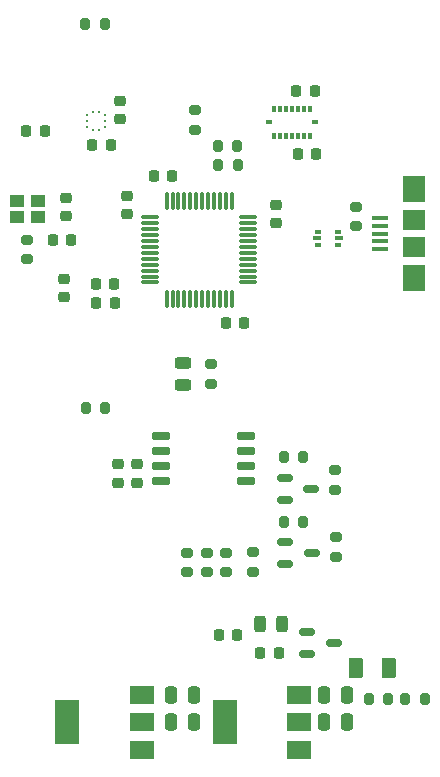
<source format=gbr>
%TF.GenerationSoftware,KiCad,Pcbnew,(7.0.0)*%
%TF.CreationDate,2023-07-06T15:18:01+01:00*%
%TF.ProjectId,wolf flight comp,776f6c66-2066-46c6-9967-687420636f6d,rev?*%
%TF.SameCoordinates,Original*%
%TF.FileFunction,Paste,Top*%
%TF.FilePolarity,Positive*%
%FSLAX46Y46*%
G04 Gerber Fmt 4.6, Leading zero omitted, Abs format (unit mm)*
G04 Created by KiCad (PCBNEW (7.0.0)) date 2023-07-06 15:18:01*
%MOMM*%
%LPD*%
G01*
G04 APERTURE LIST*
G04 Aperture macros list*
%AMRoundRect*
0 Rectangle with rounded corners*
0 $1 Rounding radius*
0 $2 $3 $4 $5 $6 $7 $8 $9 X,Y pos of 4 corners*
0 Add a 4 corners polygon primitive as box body*
4,1,4,$2,$3,$4,$5,$6,$7,$8,$9,$2,$3,0*
0 Add four circle primitives for the rounded corners*
1,1,$1+$1,$2,$3*
1,1,$1+$1,$4,$5*
1,1,$1+$1,$6,$7*
1,1,$1+$1,$8,$9*
0 Add four rect primitives between the rounded corners*
20,1,$1+$1,$2,$3,$4,$5,0*
20,1,$1+$1,$4,$5,$6,$7,0*
20,1,$1+$1,$6,$7,$8,$9,0*
20,1,$1+$1,$8,$9,$2,$3,0*%
G04 Aperture macros list end*
%ADD10RoundRect,0.225000X0.225000X0.250000X-0.225000X0.250000X-0.225000X-0.250000X0.225000X-0.250000X0*%
%ADD11RoundRect,0.200000X-0.275000X0.200000X-0.275000X-0.200000X0.275000X-0.200000X0.275000X0.200000X0*%
%ADD12RoundRect,0.150000X-0.650000X-0.150000X0.650000X-0.150000X0.650000X0.150000X-0.650000X0.150000X0*%
%ADD13RoundRect,0.200000X-0.200000X-0.275000X0.200000X-0.275000X0.200000X0.275000X-0.200000X0.275000X0*%
%ADD14RoundRect,0.225000X0.250000X-0.225000X0.250000X0.225000X-0.250000X0.225000X-0.250000X-0.225000X0*%
%ADD15RoundRect,0.200000X0.275000X-0.200000X0.275000X0.200000X-0.275000X0.200000X-0.275000X-0.200000X0*%
%ADD16RoundRect,0.225000X-0.225000X-0.250000X0.225000X-0.250000X0.225000X0.250000X-0.225000X0.250000X0*%
%ADD17RoundRect,0.218750X0.256250X-0.218750X0.256250X0.218750X-0.256250X0.218750X-0.256250X-0.218750X0*%
%ADD18RoundRect,0.218750X0.218750X0.256250X-0.218750X0.256250X-0.218750X-0.256250X0.218750X-0.256250X0*%
%ADD19RoundRect,0.200000X0.200000X0.275000X-0.200000X0.275000X-0.200000X-0.275000X0.200000X-0.275000X0*%
%ADD20RoundRect,0.250000X0.375000X0.625000X-0.375000X0.625000X-0.375000X-0.625000X0.375000X-0.625000X0*%
%ADD21RoundRect,0.243750X0.456250X-0.243750X0.456250X0.243750X-0.456250X0.243750X-0.456250X-0.243750X0*%
%ADD22R,0.500000X0.375000*%
%ADD23R,0.650000X0.300000*%
%ADD24RoundRect,0.150000X-0.512500X-0.150000X0.512500X-0.150000X0.512500X0.150000X-0.512500X0.150000X0*%
%ADD25RoundRect,0.250000X-0.250000X-0.475000X0.250000X-0.475000X0.250000X0.475000X-0.250000X0.475000X0*%
%ADD26R,1.150000X1.000000*%
%ADD27R,0.250000X0.275000*%
%ADD28R,0.275000X0.250000*%
%ADD29R,2.000000X1.500000*%
%ADD30R,2.000000X3.800000*%
%ADD31RoundRect,0.075000X-0.662500X-0.075000X0.662500X-0.075000X0.662500X0.075000X-0.662500X0.075000X0*%
%ADD32RoundRect,0.075000X-0.075000X-0.662500X0.075000X-0.662500X0.075000X0.662500X-0.075000X0.662500X0*%
%ADD33RoundRect,0.225000X-0.250000X0.225000X-0.250000X-0.225000X0.250000X-0.225000X0.250000X0.225000X0*%
%ADD34R,1.400000X0.400000*%
%ADD35R,1.900000X2.300000*%
%ADD36R,1.900000X1.800000*%
%ADD37RoundRect,0.243750X-0.243750X-0.456250X0.243750X-0.456250X0.243750X0.456250X-0.243750X0.456250X0*%
%ADD38R,0.350000X0.590000*%
%ADD39R,0.590000X0.350000*%
G04 APERTURE END LIST*
D10*
%TO.C,C17*%
X156921800Y-89611200D03*
X155371800Y-89611200D03*
%TD*%
D11*
%TO.C,R8*%
X175641000Y-109411000D03*
X175641000Y-111061000D03*
%TD*%
D12*
%TO.C,U6*%
X160821000Y-100838000D03*
X160821000Y-102108000D03*
X160821000Y-103378000D03*
X160821000Y-104648000D03*
X168021000Y-104648000D03*
X168021000Y-103378000D03*
X168021000Y-102108000D03*
X168021000Y-100838000D03*
%TD*%
D13*
%TO.C,R13*%
X181550000Y-123100000D03*
X183200000Y-123100000D03*
%TD*%
D14*
%TO.C,C19*%
X152781000Y-82207400D03*
X152781000Y-80657400D03*
%TD*%
D15*
%TO.C,R23*%
X168656000Y-112331000D03*
X168656000Y-110681000D03*
%TD*%
D11*
%TO.C,R21*%
X163703000Y-73280000D03*
X163703000Y-74930000D03*
%TD*%
D16*
%TO.C,C6*%
X172425000Y-76962000D03*
X173975000Y-76962000D03*
%TD*%
D17*
%TO.C,FB2*%
X152654000Y-89101000D03*
X152654000Y-87526000D03*
%TD*%
D10*
%TO.C,C15*%
X161824000Y-78867000D03*
X160274000Y-78867000D03*
%TD*%
D18*
%TO.C,FB1*%
X170840500Y-119227600D03*
X169265500Y-119227600D03*
%TD*%
D19*
%TO.C,R16*%
X167325000Y-76300000D03*
X165675000Y-76300000D03*
%TD*%
D20*
%TO.C,F1*%
X180200000Y-120450000D03*
X177400000Y-120450000D03*
%TD*%
D21*
%TO.C,D3*%
X162687000Y-96520000D03*
X162687000Y-94645000D03*
%TD*%
D11*
%TO.C,R3*%
X177400000Y-81450000D03*
X177400000Y-83100000D03*
%TD*%
D14*
%TO.C,C9*%
X158833000Y-104788000D03*
X158833000Y-103238000D03*
%TD*%
D15*
%TO.C,R20*%
X163068000Y-112395000D03*
X163068000Y-110745000D03*
%TD*%
D22*
%TO.C,U3*%
X175855999Y-84637499D03*
D23*
X175930999Y-84099999D03*
D22*
X175855999Y-83562499D03*
X174155999Y-83562499D03*
D23*
X174080999Y-84099999D03*
D22*
X174155999Y-84637499D03*
%TD*%
D16*
%TO.C,C14*%
X166344000Y-91313000D03*
X167894000Y-91313000D03*
%TD*%
D19*
%TO.C,R14*%
X167350000Y-77900000D03*
X165700000Y-77900000D03*
%TD*%
D13*
%TO.C,R6*%
X154500000Y-98450000D03*
X156150000Y-98450000D03*
%TD*%
D24*
%TO.C,Q1*%
X173202600Y-117398800D03*
X173202600Y-119298800D03*
X175477600Y-118348800D03*
%TD*%
D16*
%TO.C,C8*%
X155054000Y-76200000D03*
X156604000Y-76200000D03*
%TD*%
D11*
%TO.C,R11*%
X175630000Y-103757000D03*
X175630000Y-105407000D03*
%TD*%
D10*
%TO.C,C18*%
X156895800Y-87985600D03*
X155345800Y-87985600D03*
%TD*%
D25*
%TO.C,C3*%
X174691000Y-125095000D03*
X176591000Y-125095000D03*
%TD*%
D11*
%TO.C,R22*%
X149479000Y-84226400D03*
X149479000Y-85876400D03*
%TD*%
D26*
%TO.C,Y1*%
X150437999Y-80921999D03*
X148687999Y-80921999D03*
X148687999Y-82321999D03*
X150437999Y-82321999D03*
%TD*%
D27*
%TO.C,U5*%
X155570499Y-73397499D03*
X155070499Y-73397499D03*
D28*
X154557999Y-73659999D03*
X154557999Y-74159999D03*
X154557999Y-74659999D03*
D27*
X155070499Y-74922499D03*
X155570499Y-74922499D03*
D28*
X156082999Y-74659999D03*
X156082999Y-74159999D03*
X156082999Y-73659999D03*
%TD*%
D29*
%TO.C,U1*%
X172567999Y-127394999D03*
X172567999Y-125094999D03*
D30*
X166267999Y-125094999D03*
D29*
X172567999Y-122794999D03*
%TD*%
D11*
%TO.C,R10*%
X165100000Y-94775000D03*
X165100000Y-96425000D03*
%TD*%
D31*
%TO.C,U7*%
X159921500Y-82340000D03*
X159921500Y-82840000D03*
X159921500Y-83340000D03*
X159921500Y-83840000D03*
X159921500Y-84340000D03*
X159921500Y-84840000D03*
X159921500Y-85340000D03*
X159921500Y-85840000D03*
X159921500Y-86340000D03*
X159921500Y-86840000D03*
X159921500Y-87340000D03*
X159921500Y-87840000D03*
D32*
X161334000Y-89252500D03*
X161834000Y-89252500D03*
X162334000Y-89252500D03*
X162834000Y-89252500D03*
X163334000Y-89252500D03*
X163834000Y-89252500D03*
X164334000Y-89252500D03*
X164834000Y-89252500D03*
X165334000Y-89252500D03*
X165834000Y-89252500D03*
X166334000Y-89252500D03*
X166834000Y-89252500D03*
D31*
X168246500Y-87840000D03*
X168246500Y-87340000D03*
X168246500Y-86840000D03*
X168246500Y-86340000D03*
X168246500Y-85840000D03*
X168246500Y-85340000D03*
X168246500Y-84840000D03*
X168246500Y-84340000D03*
X168246500Y-83840000D03*
X168246500Y-83340000D03*
X168246500Y-82840000D03*
X168246500Y-82340000D03*
D32*
X166834000Y-80927500D03*
X166334000Y-80927500D03*
X165834000Y-80927500D03*
X165334000Y-80927500D03*
X164834000Y-80927500D03*
X164334000Y-80927500D03*
X163834000Y-80927500D03*
X163334000Y-80927500D03*
X162834000Y-80927500D03*
X162334000Y-80927500D03*
X161834000Y-80927500D03*
X161334000Y-80927500D03*
%TD*%
D33*
%TO.C,C7*%
X157353000Y-72491000D03*
X157353000Y-74041000D03*
%TD*%
D16*
%TO.C,C20*%
X151701200Y-84226400D03*
X153251200Y-84226400D03*
%TD*%
D34*
%TO.C,J1*%
X179399999Y-84999999D03*
X179399999Y-84349999D03*
X179399999Y-83699999D03*
X179399999Y-83049999D03*
X179399999Y-82399999D03*
D35*
X182249999Y-87449999D03*
D36*
X182249999Y-84849999D03*
X182249999Y-82549999D03*
D35*
X182249999Y-79949999D03*
%TD*%
D24*
%TO.C,Q2*%
X171334000Y-109794000D03*
X171334000Y-111694000D03*
X173609000Y-110744000D03*
%TD*%
%TO.C,Q3*%
X171323000Y-104394000D03*
X171323000Y-106294000D03*
X173598000Y-105344000D03*
%TD*%
D25*
%TO.C,C2*%
X161737000Y-122783600D03*
X163637000Y-122783600D03*
%TD*%
D15*
%TO.C,R18*%
X164719000Y-112394000D03*
X164719000Y-110744000D03*
%TD*%
D29*
%TO.C,U2*%
X159232999Y-127394999D03*
X159232999Y-125094999D03*
D30*
X152932999Y-125094999D03*
D29*
X159232999Y-122794999D03*
%TD*%
D10*
%TO.C,C5*%
X173863000Y-71628000D03*
X172313000Y-71628000D03*
%TD*%
D19*
%TO.C,R9*%
X172910000Y-102616000D03*
X171260000Y-102616000D03*
%TD*%
D13*
%TO.C,R17*%
X154433000Y-65938400D03*
X156083000Y-65938400D03*
%TD*%
D14*
%TO.C,C16*%
X170561000Y-82817000D03*
X170561000Y-81267000D03*
%TD*%
D11*
%TO.C,R19*%
X166370000Y-110745000D03*
X166370000Y-112395000D03*
%TD*%
D37*
%TO.C,D1*%
X169262500Y-116750000D03*
X171137500Y-116750000D03*
%TD*%
D16*
%TO.C,C11*%
X149466000Y-75057000D03*
X151016000Y-75057000D03*
%TD*%
D10*
%TO.C,C12*%
X167275000Y-117700000D03*
X165725000Y-117700000D03*
%TD*%
D14*
%TO.C,C10*%
X157182000Y-104801000D03*
X157182000Y-103251000D03*
%TD*%
D13*
%TO.C,R12*%
X178451200Y-123100000D03*
X180101200Y-123100000D03*
%TD*%
D38*
%TO.C,U4*%
X170447999Y-73129999D03*
X170947999Y-73129999D03*
X171447999Y-73129999D03*
X171947999Y-73129999D03*
X172447999Y-73129999D03*
X172947999Y-73129999D03*
X173447999Y-73129999D03*
D39*
X173862999Y-74294999D03*
D38*
X173447999Y-75459999D03*
X172947999Y-75459999D03*
X172447999Y-75459999D03*
X171947999Y-75459999D03*
X171447999Y-75459999D03*
X170947999Y-75459999D03*
X170447999Y-75459999D03*
D39*
X170032999Y-74294999D03*
%TD*%
D14*
%TO.C,C21*%
X157988000Y-82068000D03*
X157988000Y-80518000D03*
%TD*%
D25*
%TO.C,C4*%
X161737000Y-125095000D03*
X163637000Y-125095000D03*
%TD*%
%TO.C,C1*%
X174691000Y-122809000D03*
X176591000Y-122809000D03*
%TD*%
D19*
%TO.C,R7*%
X172910000Y-108141000D03*
X171260000Y-108141000D03*
%TD*%
M02*

</source>
